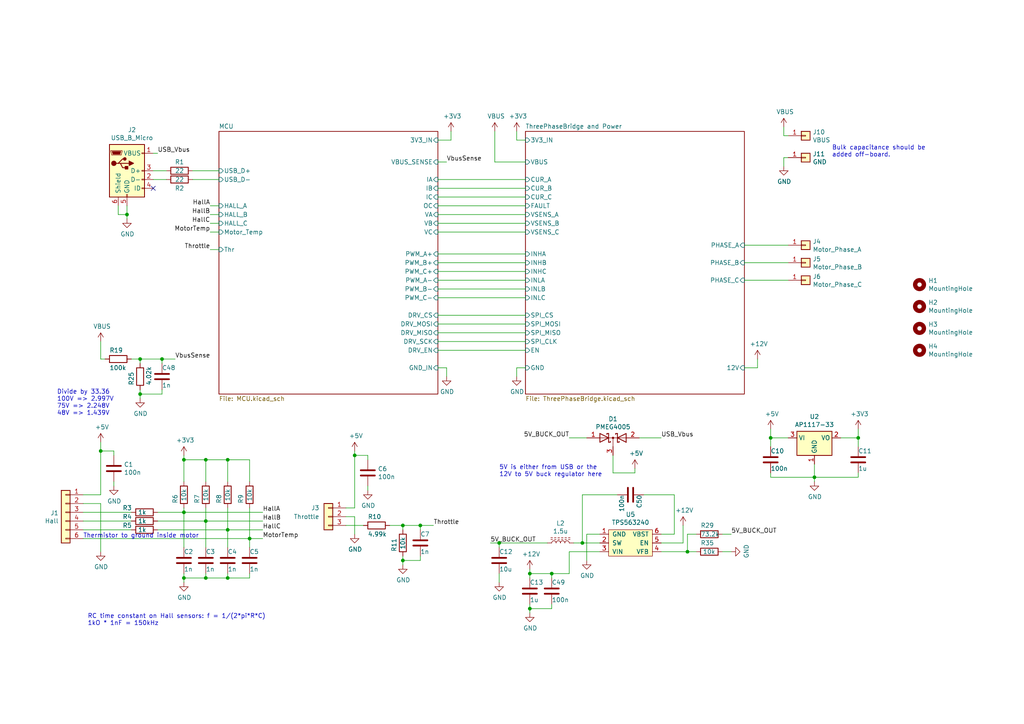
<source format=kicad_sch>
(kicad_sch (version 20230121) (generator eeschema)
  (paper "A4")
  (lib_symbols
    (symbol "Connector:USB_B_Micro" (pin_names (offset 1.016))
      (property "Reference" "J" (at -5.08 11.43 0))
      (property "Value" "USB_B_Micro" (at -5.08 8.89 0))
      (symbol "USB_B_Micro_0_1"
        (rectangle (start -5.08 -7.62) (end 5.08 7.62) (stroke (width 0.254)) (fill (type background)))
        (circle (center -3.81 2.159) (radius 0.635) (stroke (width 0.254)) (fill (type outline)))
        (circle (center -0.635 3.429) (radius 0.381) (stroke (width 0.254)) (fill (type outline)))
        (rectangle (start -0.127 -7.62) (end 0.127 -6.858))
        (polyline (pts (xy -1.905 2.159) (xy 0.635 2.159)) (stroke (width 0.254)))
        (polyline (pts (xy -3.175 2.159) (xy -2.54 2.159) (xy -1.27 3.429) (xy -0.635 3.429)) (stroke (width 0.254)))
        (polyline (pts (xy -2.54 2.159) (xy -1.905 2.159) (xy -1.27 0.889) (xy 0 0.889)) (stroke (width 0.254)))
        (polyline (pts (xy 0.635 2.794) (xy 0.635 1.524) (xy 1.905 2.159) (xy 0.635 2.794)) (stroke (width 0.254)) (fill (type outline)))
        (polyline (pts (xy -4.318 5.588) (xy -1.778 5.588) (xy -2.032 4.826) (xy -4.064 4.826) (xy -4.318 5.588)) (fill (type outline)))
        (polyline (pts (xy -4.699 5.842) (xy -4.699 5.588) (xy -4.445 4.826) (xy -4.445 4.572) (xy -1.651 4.572) (xy -1.651 4.826) (xy -1.397 5.588) (xy -1.397 5.842) (xy -4.699 5.842)))
        (rectangle (start 0.254 1.27) (end -0.508 0.508) (stroke (width 0.254)) (fill (type outline)))
        (rectangle (start 5.08 -5.207) (end 4.318 -4.953))
        (rectangle (start 5.08 -2.667) (end 4.318 -2.413))
        (rectangle (start 5.08 -0.127) (end 4.318 0.127))
        (rectangle (start 5.08 4.953) (end 4.318 5.207))
      )
      (symbol "USB_B_Micro_1_1"
        (pin power_out line (at 7.62 5.08 180) (length 2.54) (name "VBUS") (number "1"))
        (pin bidirectional line (at 7.62 -2.54 180) (length 2.54) (name "D-") (number "2"))
        (pin bidirectional line (at 7.62 0 180) (length 2.54) (name "D+") (number "3"))
        (pin passive line (at 7.62 -5.08 180) (length 2.54) (name "ID") (number "4"))
        (pin power_out line (at 0 -10.16 90) (length 2.54) (name "GND") (number "5"))
        (pin passive line (at -2.54 -10.16 90) (length 2.54) (name "Shield") (number "6"))
      )
    )
    (symbol "Connector_Generic:Conn_01x01" (pin_names (offset 1.016) hide)
      (property "Reference" "J" (at 0 2.54 0))
      (property "Value" "Conn_01x01" (at 0 -2.54 0))
      (symbol "Conn_01x01_1_1"
        (rectangle (start -1.27 0.127) (end 0 -0.127) (stroke (width 0.1524)))
        (rectangle (start -1.27 1.27) (end 1.27 -1.27) (stroke (width 0.254)) (fill (type background)))
        (pin passive line (at -5.08 0 0) (length 3.81) (name "Pin_1") (number "1"))
      )
    )
    (symbol "Connector_Generic:Conn_01x03" (pin_names (offset 1.016) hide)
      (property "Reference" "J" (at 0 5.08 0))
      (property "Value" "Conn_01x03" (at 0 -5.08 0))
      (symbol "Conn_01x03_1_1"
        (rectangle (start -1.27 -2.413) (end 0 -2.667) (stroke (width 0.1524)))
        (rectangle (start -1.27 0.127) (end 0 -0.127) (stroke (width 0.1524)))
        (rectangle (start -1.27 2.667) (end 0 2.413) (stroke (width 0.1524)))
        (rectangle (start -1.27 3.81) (end 1.27 -3.81) (stroke (width 0.254)) (fill (type background)))
        (pin passive line (at -5.08 2.54 0) (length 3.81) (name "Pin_1") (number "1"))
        (pin passive line (at -5.08 0 0) (length 3.81) (name "Pin_2") (number "2"))
        (pin passive line (at -5.08 -2.54 0) (length 3.81) (name "Pin_3") (number "3"))
      )
    )
    (symbol "Connector_Generic:Conn_01x06" (pin_names (offset 1.016) hide)
      (property "Reference" "J" (at 0 7.62 0))
      (property "Value" "Conn_01x06" (at 0 -10.16 0))
      (symbol "Conn_01x06_1_1"
        (rectangle (start -1.27 -7.493) (end 0 -7.747) (stroke (width 0.1524)))
        (rectangle (start -1.27 -4.953) (end 0 -5.207) (stroke (width 0.1524)))
        (rectangle (start -1.27 -2.413) (end 0 -2.667) (stroke (width 0.1524)))
        (rectangle (start -1.27 0.127) (end 0 -0.127) (stroke (width 0.1524)))
        (rectangle (start -1.27 2.667) (end 0 2.413) (stroke (width 0.1524)))
        (rectangle (start -1.27 5.207) (end 0 4.953) (stroke (width 0.1524)))
        (rectangle (start -1.27 6.35) (end 1.27 -8.89) (stroke (width 0.254)) (fill (type background)))
        (pin passive line (at -5.08 5.08 0) (length 3.81) (name "Pin_1") (number "1"))
        (pin passive line (at -5.08 2.54 0) (length 3.81) (name "Pin_2") (number "2"))
        (pin passive line (at -5.08 0 0) (length 3.81) (name "Pin_3") (number "3"))
        (pin passive line (at -5.08 -2.54 0) (length 3.81) (name "Pin_4") (number "4"))
        (pin passive line (at -5.08 -5.08 0) (length 3.81) (name "Pin_5") (number "5"))
        (pin passive line (at -5.08 -7.62 0) (length 3.81) (name "Pin_6") (number "6"))
      )
    )
    (symbol "Custom:TPS563240" (pin_names (offset 1.016))
      (property "Reference" "U" (at -6.35 5.08 0))
      (property "Value" "TPS563240" (at 7.62 5.08 0))
      (symbol "TPS563240_0_1"
        (rectangle (start -6.35 3.81) (end 6.35 -3.81) (fill (type background)))
      )
      (symbol "TPS563240_1_1"
        (pin input line (at -8.89 2.54 0) (length 2.54) (name "GND") (number "1"))
        (pin input line (at -8.89 0 0) (length 2.54) (name "SW") (number "2"))
        (pin input line (at -8.89 -2.54 0) (length 2.54) (name "VIN") (number "3"))
        (pin input line (at 8.89 -2.54 180) (length 2.54) (name "VFB") (number "4"))
        (pin input line (at 8.89 0 180) (length 2.54) (name "EN") (number "5"))
        (pin input line (at 8.89 2.54 180) (length 2.54) (name "VBST") (number "6"))
      )
    )
    (symbol "Device:C" (pin_numbers hide) (pin_names (offset 0.254))
      (property "Reference" "C" (at 0.635 2.54 0))
      (property "Value" "C" (at 0.635 -2.54 0))
      (symbol "C_0_1"
        (polyline (pts (xy -2.032 -0.762) (xy 2.032 -0.762)) (stroke (width 0.508)))
        (polyline (pts (xy -2.032 0.762) (xy 2.032 0.762)) (stroke (width 0.508)))
      )
      (symbol "C_1_1"
        (pin passive line (at 0 3.81 270) (length 2.794) (name "~") (number "1"))
        (pin passive line (at 0 -3.81 90) (length 2.794) (name "~") (number "2"))
      )
    )
    (symbol "Device:D_Schottky_Dual_CommonCathode_AAK" (pin_names (offset 0.762) hide)
      (property "Reference" "D" (at 1.27 -2.54 0))
      (property "Value" "D_Schottky_Dual_CommonCathode_AAK" (at 0 2.54 0))
      (symbol "D_Schottky_Dual_CommonCathode_AAK_0_1"
        (polyline (pts (xy -3.81 0) (xy 3.81 0)))
        (polyline (pts (xy 0 0) (xy 0 -2.54)))
        (polyline (pts (xy -1.27 -1.27) (xy -1.27 1.27) (xy -1.27 1.27)) (stroke (width 0.254)))
        (polyline (pts (xy 1.27 -1.27) (xy 1.27 1.27) (xy 1.27 1.27)) (stroke (width 0.254)))
        (polyline (pts (xy -1.27 -1.27) (xy -0.762 -1.27) (xy -0.762 -1.016) (xy -0.762 -1.016)) (stroke (width 0.254)))
        (polyline (pts (xy 1.27 -1.27) (xy 1.778 -1.27) (xy 1.778 -1.016) (xy 1.778 -1.016)) (stroke (width 0.254)))
        (polyline (pts (xy 1.27 1.27) (xy 0.762 1.27) (xy 0.762 1.016) (xy 0.762 1.016)) (stroke (width 0.254)))
        (polyline (pts (xy -1.778 1.016) (xy -1.778 1.27) (xy -1.27 1.27) (xy -1.27 1.27) (xy -1.27 1.27)) (stroke (width 0.254)))
        (polyline (pts (xy -3.81 1.27) (xy -1.27 0) (xy -3.81 -1.27) (xy -3.81 1.27) (xy -3.81 1.27) (xy -3.81 1.27)) (stroke (width 0.254)))
        (polyline (pts (xy 3.81 -1.27) (xy 1.27 0) (xy 3.81 1.27) (xy 3.81 -1.27) (xy 3.81 -1.27) (xy 3.81 -1.27)) (stroke (width 0.254)))
        (circle (center 0 0) (radius 0.254) (fill (type outline)))
        (pin passive line (at -7.62 0 0) (length 3.81) (name "A") (number "1"))
        (pin passive line (at 7.62 0 180) (length 3.81) (name "A") (number "2"))
        (pin passive line (at 0 -5.08 90) (length 2.54) (name "K") (number "3"))
      )
    )
    (symbol "Device:L_Ferrite" (pin_numbers hide) (pin_names (offset 1.016) hide)
      (property "Reference" "L" (at -1.27 0 90))
      (property "Value" "L_Ferrite" (at 2.794 0 90))
      (symbol "L_Ferrite_0_1"
        (arc (start 0 -2.54) (mid 0.6323 -1.905) (end 0 -1.27))
        (arc (start 0 -1.27) (mid 0.6323 -0.635) (end 0 0))
        (polyline (pts (xy 1.016 -2.794) (xy 1.016 -2.286)))
        (polyline (pts (xy 1.016 -1.778) (xy 1.016 -1.27)))
        (polyline (pts (xy 1.016 -0.762) (xy 1.016 -0.254)))
        (polyline (pts (xy 1.016 0.254) (xy 1.016 0.762)))
        (polyline (pts (xy 1.016 1.27) (xy 1.016 1.778)))
        (polyline (pts (xy 1.016 2.286) (xy 1.016 2.794)))
        (polyline (pts (xy 1.524 -2.286) (xy 1.524 -2.794)))
        (polyline (pts (xy 1.524 -1.27) (xy 1.524 -1.778)))
        (polyline (pts (xy 1.524 -0.254) (xy 1.524 -0.762)))
        (polyline (pts (xy 1.524 0.762) (xy 1.524 0.254)))
        (polyline (pts (xy 1.524 1.778) (xy 1.524 1.27)))
        (polyline (pts (xy 1.524 2.794) (xy 1.524 2.286)))
        (arc (start 0 0) (mid 0.6323 0.635) (end 0 1.27))
        (arc (start 0 1.27) (mid 0.6323 1.905) (end 0 2.54))
      )
      (symbol "L_Ferrite_1_1"
        (pin passive line (at 0 3.81 270) (length 1.27) (name "1") (number "1"))
        (pin passive line (at 0 -3.81 90) (length 1.27) (name "2") (number "2"))
      )
    )
    (symbol "Device:R" (pin_numbers hide) (pin_names (offset 0))
      (property "Reference" "R" (at 2.032 0 90))
      (property "Value" "R" (at 0 0 90))
      (symbol "R_0_1"
        (rectangle (start -1.016 -2.54) (end 1.016 2.54) (stroke (width 0.254)))
      )
      (symbol "R_1_1"
        (pin passive line (at 0 3.81 270) (length 1.27) (name "~") (number "1"))
        (pin passive line (at 0 -3.81 90) (length 1.27) (name "~") (number "2"))
      )
    )
    (symbol "Mechanical:MountingHole" (pin_names (offset 1.016))
      (property "Reference" "H" (at 0 5.08 0))
      (property "Value" "MountingHole" (at 0 3.175 0))
      (symbol "MountingHole_0_1"
        (circle (center 0 0) (radius 1.27) (stroke (width 1.27)))
      )
    )
    (symbol "Regulator_Linear:AP1117-33"
      (property "Reference" "U" (at -3.81 3.175 0))
      (property "Value" "AP1117-33" (at 0 3.175 0))
      (symbol "AP1117-33_0_1"
        (rectangle (start -5.08 -5.08) (end 5.08 1.905) (stroke (width 0.254)) (fill (type background)))
      )
      (symbol "AP1117-33_1_1"
        (pin power_in line (at 0 -7.62 90) (length 2.54) (name "GND") (number "1"))
        (pin power_out line (at 7.62 0 180) (length 2.54) (name "VO") (number "2"))
        (pin power_in line (at -7.62 0 0) (length 2.54) (name "VI") (number "3"))
      )
    )
    (symbol "power:+12V" (power) (pin_names (offset 0))
      (property "Value" "+12V" (at 0 3.556 0))
      (symbol "+12V_0_1"
        (polyline (pts (xy -0.762 1.27) (xy 0 2.54)))
        (polyline (pts (xy 0 0) (xy 0 2.54)))
        (polyline (pts (xy 0 2.54) (xy 0.762 1.27)))
      )
      (symbol "+12V_1_1"
        (pin power_in line (at 0 0 90) (length 0) hide (name "+12V") (number "1"))
      )
    )
    (symbol "power:+3V3" (power) (pin_names (offset 0))
      (property "Value" "+3V3" (at 0 3.556 0))
      (symbol "+3V3_0_1"
        (polyline (pts (xy -0.762 1.27) (xy 0 2.54)))
        (polyline (pts (xy 0 0) (xy 0 2.54)))
        (polyline (pts (xy 0 2.54) (xy 0.762 1.27)))
      )
      (symbol "+3V3_1_1"
        (pin power_in line (at 0 0 90) (length 0) hide (name "+3V3") (number "1"))
      )
    )
    (symbol "power:+5V" (power) (pin_names (offset 0))
      (property "Value" "+5V" (at 0 3.556 0))
      (symbol "+5V_0_1"
        (polyline (pts (xy -0.762 1.27) (xy 0 2.54)))
        (polyline (pts (xy 0 0) (xy 0 2.54)))
        (polyline (pts (xy 0 2.54) (xy 0.762 1.27)))
      )
      (symbol "+5V_1_1"
        (pin power_in line (at 0 0 90) (length 0) hide (name "+5V") (number "1"))
      )
    )
    (symbol "power:GND" (power) (pin_names (offset 0))
      (property "Value" "GND" (at 0 -3.81 0))
      (symbol "GND_0_1"
        (polyline (pts (xy 0 0) (xy 0 -1.27) (xy 1.27 -1.27) (xy 0 -2.54) (xy -1.27 -1.27) (xy 0 -1.27)))
      )
      (symbol "GND_1_1"
        (pin power_in line (at 0 0 270) (length 0) hide (name "GND") (number "1"))
      )
    )
    (symbol "power:VBUS" (power) (pin_names (offset 0))
      (property "Value" "VBUS" (at 0 3.81 0))
      (symbol "VBUS_0_1"
        (polyline (pts (xy -0.762 1.27) (xy 0 2.54)))
        (polyline (pts (xy 0 0) (xy 0 2.54)))
        (polyline (pts (xy 0 2.54) (xy 0.762 1.27)))
      )
      (symbol "VBUS_1_1"
        (pin power_in line (at 0 0 90) (length 0) hide (name "VBUS") (number "1"))
      )
    )
  )
  (junction (at 199.39 160.02))
  (junction (at 59.69 167.64))
  (junction (at 153.67 166.37))
  (junction (at 53.34 148.59))
  (junction (at 40.64 114.3))
  (junction (at 53.34 133.35))
  (junction (at 36.83 62.23))
  (junction (at 66.04 167.64))
  (junction (at 72.39 156.21))
  (junction (at 116.84 162.56))
  (junction (at 248.92 127))
  (junction (at 168.91 157.48))
  (junction (at 66.04 133.35))
  (junction (at 144.78 157.48))
  (junction (at 223.52 127))
  (junction (at 53.34 167.64))
  (junction (at 121.92 152.4))
  (junction (at 102.87 132.08))
  (junction (at 116.84 152.4))
  (junction (at 153.67 176.53))
  (junction (at 46.99 104.14))
  (junction (at 40.64 104.14))
  (junction (at 236.22 138.43))
  (junction (at 29.21 130.81))
  (junction (at 160.02 166.37))
  (junction (at 59.69 133.35))
  (junction (at 59.69 151.13))
  (junction (at 66.04 153.67))
  (no_connect (at 44.45 54.61))
  (wire (pts (xy 228.6 39.37) (xy 227.33 39.37)))
  (wire (pts (xy 248.92 138.43) (xy 248.92 137.16)))
  (wire (pts (xy 102.87 154.94) (xy 102.87 149.86)))
  (wire (pts (xy 66.04 158.75) (xy 66.04 153.67)))
  (wire (pts (xy 33.02 130.81) (xy 29.21 130.81)))
  (wire (pts (xy 227.33 48.26) (xy 227.33 45.72)))
  (wire (pts (xy 29.21 128.27) (xy 29.21 130.81)))
  (wire (pts (xy 144.78 158.75) (xy 144.78 157.48)))
  (wire (pts (xy 66.04 153.67) (xy 66.04 147.32)))
  (wire (pts (xy 46.99 104.14) (xy 46.99 105.41)))
  (wire (pts (xy 127 91.44) (xy 152.4 91.44)))
  (wire (pts (xy 106.68 133.35) (xy 106.68 132.08)))
  (wire (pts (xy 127 83.82) (xy 152.4 83.82)))
  (wire (pts (xy 223.52 137.16) (xy 223.52 138.43)))
  (wire (pts (xy 59.69 133.35) (xy 59.69 139.7)))
  (wire (pts (xy 143.51 46.99) (xy 152.4 46.99)))
  (wire (pts (xy 40.64 104.14) (xy 40.64 105.41)))
  (wire (pts (xy 45.72 153.67) (xy 66.04 153.67)))
  (wire (pts (xy 59.69 158.75) (xy 59.69 151.13)))
  (wire (pts (xy 60.96 59.69) (xy 63.5 59.69)))
  (wire (pts (xy 116.84 152.4) (xy 116.84 153.67)))
  (wire (pts (xy 127 76.2) (xy 152.4 76.2)))
  (wire (pts (xy 152.4 67.31) (xy 127 67.31)))
  (wire (pts (xy 184.15 137.16) (xy 184.15 135.89)))
  (wire (pts (xy 53.34 168.91) (xy 53.34 167.64)))
  (wire (pts (xy 53.34 158.75) (xy 53.34 148.59)))
  (wire (pts (xy 53.34 133.35) (xy 53.34 132.08)))
  (wire (pts (xy 55.88 49.53) (xy 63.5 49.53)))
  (wire (pts (xy 106.68 132.08) (xy 102.87 132.08)))
  (wire (pts (xy 121.92 152.4) (xy 121.92 153.67)))
  (wire (pts (xy 66.04 133.35) (xy 72.39 133.35)))
  (wire (pts (xy 198.12 152.4) (xy 198.12 157.48)))
  (wire (pts (xy 53.34 167.64) (xy 53.34 166.37)))
  (wire (pts (xy 153.67 177.8) (xy 153.67 176.53)))
  (wire (pts (xy 53.34 148.59) (xy 53.34 147.32)))
  (wire (pts (xy 53.34 167.64) (xy 59.69 167.64)))
  (wire (pts (xy 102.87 149.86) (xy 100.33 149.86)))
  (wire (pts (xy 152.4 52.07) (xy 127 52.07)))
  (wire (pts (xy 199.39 160.02) (xy 191.77 160.02)))
  (wire (pts (xy 165.1 160.02) (xy 165.1 166.37)))
  (wire (pts (xy 199.39 154.94) (xy 199.39 160.02)))
  (wire (pts (xy 63.5 62.23) (xy 60.96 62.23)))
  (wire (pts (xy 53.34 133.35) (xy 59.69 133.35)))
  (wire (pts (xy 72.39 133.35) (xy 72.39 139.7)))
  (wire (pts (xy 236.22 138.43) (xy 236.22 134.62)))
  (wire (pts (xy 76.2 153.67) (xy 66.04 153.67)))
  (wire (pts (xy 149.86 40.64) (xy 152.4 40.64)))
  (wire (pts (xy 127 73.66) (xy 152.4 73.66)))
  (wire (pts (xy 160.02 166.37) (xy 153.67 166.37)))
  (wire (pts (xy 40.64 104.14) (xy 46.99 104.14)))
  (wire (pts (xy 53.34 148.59) (xy 76.2 148.59)))
  (wire (pts (xy 60.96 72.39) (xy 63.5 72.39)))
  (wire (pts (xy 53.34 139.7) (xy 53.34 133.35)))
  (wire (pts (xy 195.58 154.94) (xy 191.77 154.94)))
  (wire (pts (xy 166.37 157.48) (xy 168.91 157.48)))
  (wire (pts (xy 59.69 151.13) (xy 76.2 151.13)))
  (wire (pts (xy 152.4 93.98) (xy 127 93.98)))
  (wire (pts (xy 29.21 104.14) (xy 30.48 104.14)))
  (wire (pts (xy 198.12 157.48) (xy 191.77 157.48)))
  (wire (pts (xy 165.1 166.37) (xy 160.02 166.37)))
  (wire (pts (xy 127 59.69) (xy 152.4 59.69)))
  (wire (pts (xy 38.1 153.67) (xy 24.13 153.67)))
  (wire (pts (xy 29.21 143.51) (xy 24.13 143.51)))
  (wire (pts (xy 116.84 163.83) (xy 116.84 162.56)))
  (wire (pts (xy 236.22 139.7) (xy 236.22 138.43)))
  (wire (pts (xy 34.29 62.23) (xy 36.83 62.23)))
  (wire (pts (xy 227.33 39.37) (xy 227.33 36.83)))
  (wire (pts (xy 201.93 160.02) (xy 199.39 160.02)))
  (wire (pts (xy 127 54.61) (xy 152.4 54.61)))
  (wire (pts (xy 127 101.6) (xy 152.4 101.6)))
  (wire (pts (xy 63.5 67.31) (xy 60.96 67.31)))
  (wire (pts (xy 44.45 49.53) (xy 48.26 49.53)))
  (wire (pts (xy 66.04 133.35) (xy 66.04 139.7)))
  (wire (pts (xy 46.99 114.3) (xy 46.99 113.03)))
  (wire (pts (xy 130.81 40.64) (xy 127 40.64)))
  (wire (pts (xy 130.81 38.1) (xy 130.81 40.64)))
  (wire (pts (xy 125.73 152.4) (xy 121.92 152.4)))
  (wire (pts (xy 223.52 127) (xy 228.6 127)))
  (wire (pts (xy 201.93 154.94) (xy 199.39 154.94)))
  (wire (pts (xy 248.92 127) (xy 248.92 129.54)))
  (wire (pts (xy 129.54 46.99) (xy 127 46.99)))
  (wire (pts (xy 116.84 162.56) (xy 121.92 162.56)))
  (wire (pts (xy 59.69 133.35) (xy 66.04 133.35)))
  (wire (pts (xy 179.07 143.51) (xy 168.91 143.51)))
  (wire (pts (xy 153.67 166.37) (xy 153.67 167.64)))
  (wire (pts (xy 212.09 154.94) (xy 209.55 154.94)))
  (wire (pts (xy 36.83 63.5) (xy 36.83 62.23)))
  (wire (pts (xy 143.51 38.1) (xy 143.51 46.99)))
  (wire (pts (xy 152.4 99.06) (xy 127 99.06)))
  (wire (pts (xy 116.84 162.56) (xy 116.84 161.29)))
  (wire (pts (xy 38.1 151.13) (xy 24.13 151.13)))
  (wire (pts (xy 152.4 62.23) (xy 127 62.23)))
  (wire (pts (xy 149.86 106.68) (xy 152.4 106.68)))
  (wire (pts (xy 59.69 167.64) (xy 59.69 166.37)))
  (wire (pts (xy 152.4 86.36) (xy 127 86.36)))
  (wire (pts (xy 248.92 124.46) (xy 248.92 127)))
  (wire (pts (xy 29.21 99.06) (xy 29.21 104.14)))
  (wire (pts (xy 149.86 109.22) (xy 149.86 106.68)))
  (wire (pts (xy 40.64 115.57) (xy 40.64 114.3)))
  (wire (pts (xy 173.99 160.02) (xy 165.1 160.02)))
  (wire (pts (xy 45.72 44.45) (xy 44.45 44.45)))
  (wire (pts (xy 144.78 168.91) (xy 144.78 166.37)))
  (wire (pts (xy 219.71 104.14) (xy 219.71 106.68)))
  (wire (pts (xy 153.67 176.53) (xy 153.67 175.26)))
  (wire (pts (xy 186.69 143.51) (xy 195.58 143.51)))
  (wire (pts (xy 149.86 38.1) (xy 149.86 40.64)))
  (wire (pts (xy 195.58 143.51) (xy 195.58 154.94)))
  (wire (pts (xy 24.13 148.59) (xy 38.1 148.59)))
  (wire (pts (xy 212.09 160.02) (xy 209.55 160.02)))
  (wire (pts (xy 106.68 142.24) (xy 106.68 140.97)))
  (wire (pts (xy 48.26 52.07) (xy 44.45 52.07)))
  (wire (pts (xy 38.1 104.14) (xy 40.64 104.14)))
  (wire (pts (xy 72.39 156.21) (xy 72.39 147.32)))
  (wire (pts (xy 160.02 176.53) (xy 160.02 175.26)))
  (wire (pts (xy 102.87 132.08) (xy 102.87 130.81)))
  (wire (pts (xy 63.5 52.07) (xy 55.88 52.07)))
  (wire (pts (xy 29.21 146.05) (xy 29.21 160.02)))
  (wire (pts (xy 40.64 114.3) (xy 46.99 114.3)))
  (wire (pts (xy 223.52 138.43) (xy 236.22 138.43)))
  (wire (pts (xy 72.39 167.64) (xy 72.39 166.37)))
  (wire (pts (xy 168.91 157.48) (xy 173.99 157.48)))
  (wire (pts (xy 121.92 162.56) (xy 121.92 161.29)))
  (wire (pts (xy 40.64 114.3) (xy 40.64 113.03)))
  (wire (pts (xy 45.72 151.13) (xy 59.69 151.13)))
  (wire (pts (xy 33.02 140.97) (xy 33.02 139.7)))
  (wire (pts (xy 160.02 166.37) (xy 160.02 167.64)))
  (wire (pts (xy 177.8 137.16) (xy 177.8 132.08)))
  (wire (pts (xy 76.2 156.21) (xy 72.39 156.21)))
  (wire (pts (xy 34.29 59.69) (xy 34.29 62.23)))
  (wire (pts (xy 60.96 64.77) (xy 63.5 64.77)))
  (wire (pts (xy 168.91 143.51) (xy 168.91 157.48)))
  (wire (pts (xy 116.84 152.4) (xy 121.92 152.4)))
  (wire (pts (xy 129.54 106.68) (xy 127 106.68)))
  (wire (pts (xy 153.67 176.53) (xy 160.02 176.53)))
  (wire (pts (xy 66.04 167.64) (xy 66.04 166.37)))
  (wire (pts (xy 144.78 157.48) (xy 158.75 157.48)))
  (wire (pts (xy 170.18 162.56) (xy 170.18 154.94)))
  (wire (pts (xy 152.4 57.15) (xy 127 57.15)))
  (wire (pts (xy 50.8 104.14) (xy 46.99 104.14)))
  (wire (pts (xy 105.41 152.4) (xy 100.33 152.4)))
  (wire (pts (xy 45.72 148.59) (xy 53.34 148.59)))
  (wire (pts (xy 36.83 62.23) (xy 36.83 59.69)))
  (wire (pts (xy 165.1 127) (xy 170.18 127)))
  (wire (pts (xy 152.4 81.28) (xy 127 81.28)))
  (wire (pts (xy 170.18 154.94) (xy 173.99 154.94)))
  (wire (pts (xy 127 64.77) (xy 152.4 64.77)))
  (wire (pts (xy 215.9 76.2) (xy 228.6 76.2)))
  (wire (pts (xy 219.71 106.68) (xy 215.9 106.68)))
  (wire (pts (xy 228.6 81.28) (xy 215.9 81.28)))
  (wire (pts (xy 184.15 137.16) (xy 177.8 137.16)))
  (wire (pts (xy 228.6 71.12) (xy 215.9 71.12)))
  (wire (pts (xy 142.24 157.48) (xy 144.78 157.48)))
  (wire (pts (xy 152.4 78.74) (xy 127 78.74)))
  (wire (pts (xy 236.22 138.43) (xy 248.92 138.43)))
  (wire (pts (xy 129.54 109.22) (xy 129.54 106.68)))
  (wire (pts (xy 72.39 158.75) (xy 72.39 156.21)))
  (wire (pts (xy 59.69 151.13) (xy 59.69 147.32)))
  (wire (pts (xy 29.21 130.81) (xy 29.21 143.51)))
  (wire (pts (xy 24.13 156.21) (xy 72.39 156.21)))
  (wire (pts (xy 185.42 127) (xy 191.77 127)))
  (wire (pts (xy 113.03 152.4) (xy 116.84 152.4)))
  (wire (pts (xy 243.84 127) (xy 248.92 127)))
  (wire (pts (xy 33.02 132.08) (xy 33.02 130.81)))
  (wire (pts (xy 127 96.52) (xy 152.4 96.52)))
  (wire (pts (xy 100.33 147.32) (xy 102.87 147.32)))
  (wire (pts (xy 223.52 124.46) (xy 223.52 127)))
  (wire (pts (xy 227.33 45.72) (xy 228.6 45.72)))
  (wire (pts (xy 59.69 167.64) (xy 66.04 167.64)))
  (wire (pts (xy 29.21 146.05) (xy 24.13 146.05)))
  (wire (pts (xy 223.52 129.54) (xy 223.52 127)))
  (wire (pts (xy 102.87 147.32) (xy 102.87 132.08)))
  (wire (pts (xy 153.67 165.1) (xy 153.67 166.37)))
  (wire (pts (xy 66.04 167.64) (xy 72.39 167.64)))
  (text "RC time constant on Hall sensors: f = 1/(2*pi*R*C)\n1kO * 1nF = 150kHz" (at 25.4 181.61 0) (effects (font (size 1.27 1.27)) (justify left bottom)))
  (text "Divide by 33.36\n100V => 2.997V\n75V => 2.248V\n48V => 1.439V" (at 16.51 120.65 0) (effects (font (size 1.27 1.27)) (justify left bottom)))
  (text "Thermistor to ground inside motor" (at 24.13 156.21 0) (effects (font (size 1.27 1.27)) (justify left bottom)))
  (text "Bulk capacitance should be \nadded off-board." (at 241.3 45.72 0) (effects (font (size 1.27 1.27)) (justify left bottom)))
  (text "5V is either from USB or the \n12V to 5V buck regulator here" (at 144.78 138.43 0) (effects (font (size 1.27 1.27)) (justify left bottom)))
  (label "HallA" (at 76.2 148.59 0))
  (label "HallC" (at 60.96 64.77 180))
  (label "USB_Vbus" (at 191.77 127 0))
  (label "MotorTemp" (at 60.96 67.31 180))
  (label "5V_BUCK_OUT" (at 212.09 154.94 0))
  (label "HallA" (at 60.96 59.69 180))
  (label "HallC" (at 76.2 153.67 0))
  (label "5V_BUCK_OUT" (at 142.24 157.48 0))
  (label "USB_Vbus" (at 45.72 44.45 0))
  (label "5V_BUCK_OUT" (at 165.1 127 180))
  (label "HallB" (at 76.2 151.13 0))
  (label "MotorTemp" (at 76.2 156.21 0))
  (label "HallB" (at 60.96 62.23 180))
  (label "VbusSense" (at 50.8 104.14 0))
  (label "VbusSense" (at 129.54 46.99 0))
  (label "Throttle" (at 125.73 152.4 0))
  (label "Throttle" (at 60.96 72.39 180))
  (symbol (lib_id "Connector_Generic:Conn_01x06") (at 19.05 148.59 0) (mirror y) (unit 1)
    (property "Reference" "J1" (at 17.018 148.7932 0) (effects (justify left)))
    (property "Value" "Hall" (at 17.018 151.1046 0) (effects (justify left)))
    (property "Footprint" "Connector_JST:JST_XH_B6B-XH-A_1x06_P2.50mm_Vertical" (effects hide))
  )
  (symbol (lib_id "Device:R") (at 52.07 49.53 270) (unit 1)
    (property "Reference" "R1" (at 52.07 46.99 90))
    (property "Value" "22" (at 52.07 49.53 90))
    (property "Footprint" "Resistor_SMD:R_0603_1608Metric" (effects hide))
  )
  (symbol (lib_id "Device:R") (at 52.07 52.07 90) (unit 1)
    (property "Reference" "R2" (at 52.07 54.61 90))
    (property "Value" "22" (at 52.07 52.07 90))
    (property "Footprint" "Resistor_SMD:R_0603_1608Metric" (effects hide))
  )
  (symbol (lib_id "Connector:USB_B_Micro") (at 36.83 49.53 0) (unit 1)
    (property "Reference" "J2" (at 38.2778 37.6682 0))
    (property "Value" "USB_B_Micro" (at 38.2778 39.9796 0))
    (property "Footprint" "Custom:USB_Micro_B_Female_10118193-0001LF" (effects hide))
  )
  (symbol (lib_id "power:GND") (at 36.83 63.5 0) (unit 1)
    (property "Reference" "#PWR0101" (effects hide))
    (property "Value" "GND" (at 36.957 67.8942 0))
  )
  (symbol (lib_id "power:+3V3") (at 130.81 38.1 0) (unit 1)
    (property "Reference" "#PWR0102" (effects hide))
    (property "Value" "+3V3" (at 131.191 33.7058 0))
  )
  (symbol (lib_id "power:GND") (at 129.54 109.22 0) (unit 1)
    (property "Reference" "#PWR0103" (effects hide))
    (property "Value" "GND" (at 129.667 113.6142 0))
  )
  (symbol (lib_id "power:GND") (at 29.21 160.02 0) (unit 1)
    (property "Reference" "#PWR0104" (effects hide))
    (property "Value" "GND" (at 29.337 164.4142 0))
  )
  (symbol (lib_id "power:+3V3") (at 53.34 132.08 0) (unit 1)
    (property "Reference" "#PWR0105" (effects hide))
    (property "Value" "+3V3" (at 53.721 127.6858 0))
  )
  (symbol (lib_id "Device:R") (at 53.34 143.51 0) (unit 1)
    (property "Reference" "R6" (at 50.8 146.05 90) (effects (justify left)))
    (property "Value" "10k" (at 53.34 145.415 90) (effects (justify left)))
    (property "Footprint" "Resistor_SMD:R_0603_1608Metric" (effects hide))
  )
  (symbol (lib_id "power:+5V") (at 29.21 128.27 0) (unit 1)
    (property "Reference" "#PWR0106" (effects hide))
    (property "Value" "+5V" (at 29.591 123.8758 0))
  )
  (symbol (lib_id "Device:R") (at 59.69 143.51 0) (unit 1)
    (property "Reference" "R7" (at 57.15 146.05 90) (effects (justify left)))
    (property "Value" "10k" (at 59.69 145.415 90) (effects (justify left)))
    (property "Footprint" "Resistor_SMD:R_0603_1608Metric" (effects hide))
  )
  (symbol (lib_id "Device:R") (at 66.04 143.51 0) (unit 1)
    (property "Reference" "R8" (at 63.5 146.05 90) (effects (justify left)))
    (property "Value" "10k" (at 66.04 145.415 90) (effects (justify left)))
    (property "Footprint" "Resistor_SMD:R_0603_1608Metric" (effects hide))
  )
  (symbol (lib_id "Device:R") (at 72.39 143.51 0) (unit 1)
    (property "Reference" "R9" (at 69.85 146.05 90) (effects (justify left)))
    (property "Value" "10k" (at 72.39 145.415 90) (effects (justify left)))
    (property "Footprint" "Resistor_SMD:R_0603_1608Metric" (effects hide))
  )
  (symbol (lib_id "Device:C") (at 33.02 135.89 0) (unit 1)
    (property "Reference" "C1" (at 35.941 134.7216 0) (effects (justify left)))
    (property "Value" "100n" (at 35.941 137.033 0) (effects (justify left)))
    (property "Footprint" "Capacitor_SMD:C_0603_1608Metric" (effects hide))
    (property "Voltage" "6.3V" (effects hide))
  )
  (symbol (lib_id "Device:R") (at 41.91 148.59 270) (unit 1)
    (property "Reference" "R3" (at 35.56 147.32 90) (effects (justify left)))
    (property "Value" "1k" (at 40.005 148.59 90) (effects (justify left)))
    (property "Footprint" "Resistor_SMD:R_0603_1608Metric" (effects hide))
  )
  (symbol (lib_id "Device:R") (at 41.91 151.13 270) (unit 1)
    (property "Reference" "R4" (at 35.56 149.86 90) (effects (justify left)))
    (property "Value" "1k" (at 40.005 151.13 90) (effects (justify left)))
    (property "Footprint" "Resistor_SMD:R_0603_1608Metric" (effects hide))
  )
  (symbol (lib_id "Device:R") (at 41.91 153.67 270) (unit 1)
    (property "Reference" "R5" (at 35.56 152.4 90) (effects (justify left)))
    (property "Value" "1k" (at 40.005 153.67 90) (effects (justify left)))
    (property "Footprint" "Resistor_SMD:R_0603_1608Metric" (effects hide))
  )
  (symbol (lib_id "Device:C") (at 106.68 137.16 0) (unit 1)
    (property "Reference" "C6" (at 109.601 135.9916 0) (effects (justify left)))
    (property "Value" "100n" (at 109.601 138.303 0) (effects (justify left)))
    (property "Footprint" "Capacitor_SMD:C_0603_1608Metric" (effects hide))
    (property "Voltage" "6.3V" (effects hide))
  )
  (symbol (lib_id "power:GND") (at 106.68 142.24 0) (unit 1)
    (property "Reference" "#PWR0120" (effects hide))
    (property "Value" "GND" (at 106.807 146.6342 0))
  )
  (symbol (lib_id "power:GND") (at 53.34 168.91 0) (unit 1)
    (property "Reference" "#PWR0107" (effects hide))
    (property "Value" "GND" (at 53.467 173.3042 0))
  )
  (symbol (lib_id "power:GND") (at 33.02 140.97 0) (unit 1)
    (property "Reference" "#PWR0108" (effects hide))
    (property "Value" "GND" (at 33.147 145.3642 0))
  )
  (symbol (lib_id "Connector_Generic:Conn_01x03") (at 95.25 149.86 0) (mirror y) (unit 1)
    (property "Reference" "J3" (at 91.44 147.32 0))
    (property "Value" "Throttle" (at 88.9 149.86 0))
    (property "Footprint" "Connector_JST:JST_XH_B3B-XH-A_1x03_P2.50mm_Vertical" (effects hide))
  )
  (symbol (lib_id "power:+5V") (at 102.87 130.81 0) (unit 1)
    (property "Reference" "#PWR0109" (effects hide))
    (property "Value" "+5V" (at 103.251 126.4158 0))
  )
  (symbol (lib_id "power:GND") (at 102.87 154.94 0) (unit 1)
    (property "Reference" "#PWR0110" (effects hide))
    (property "Value" "GND" (at 102.997 159.3342 0))
  )
  (symbol (lib_id "Device:R") (at 109.22 152.4 270) (unit 1)
    (property "Reference" "R10" (at 106.68 149.86 90) (effects (justify left)))
    (property "Value" "4.99k" (at 106.68 154.94 90) (effects (justify left)))
    (property "Footprint" "Resistor_SMD:R_0603_1608Metric" (effects hide))
  )
  (symbol (lib_id "Device:R") (at 116.84 157.48 0) (unit 1)
    (property "Reference" "R11" (at 114.3 160.02 90) (effects (justify left)))
    (property "Value" "10k" (at 116.84 159.385 90) (effects (justify left)))
    (property "Footprint" "Resistor_SMD:R_0603_1608Metric" (effects hide))
  )
  (symbol (lib_id "Device:C") (at 121.92 157.48 0) (unit 1)
    (property "Reference" "C7" (at 121.92 154.94 0) (effects (justify left)))
    (property "Value" "1n" (at 121.92 160.02 0) (effects (justify left)))
    (property "Footprint" "Capacitor_SMD:C_0603_1608Metric" (effects hide))
    (property "Voltage" "6.3V" (effects hide))
  )
  (symbol (lib_id "power:GND") (at 116.84 163.83 0) (unit 1)
    (property "Reference" "#PWR0111" (effects hide))
    (property "Value" "GND" (at 116.967 168.2242 0))
  )
  (symbol (lib_id "Mechanical:MountingHole") (at 266.7 101.6 0) (unit 1)
    (property "Reference" "H4" (at 269.24 100.4316 0) (effects (justify left)))
    (property "Value" "MountingHole" (at 269.24 102.743 0) (effects (justify left)))
    (property "Footprint" "MountingHole:MountingHole_3.2mm_M3" (effects hide))
  )
  (symbol (lib_id "Mechanical:MountingHole") (at 266.7 82.55 0) (unit 1)
    (property "Reference" "H1" (at 269.24 81.3816 0) (effects (justify left)))
    (property "Value" "MountingHole" (at 269.24 83.693 0) (effects (justify left)))
    (property "Footprint" "MountingHole:MountingHole_3.2mm_M3" (effects hide))
  )
  (symbol (lib_id "Mechanical:MountingHole") (at 266.7 88.9 0) (unit 1)
    (property "Reference" "H2" (at 269.24 87.7316 0) (effects (justify left)))
    (property "Value" "MountingHole" (at 269.24 90.043 0) (effects (justify left)))
    (property "Footprint" "MountingHole:MountingHole_3.2mm_M3" (effects hide))
  )
  (symbol (lib_id "Mechanical:MountingHole") (at 266.7 95.25 0) (unit 1)
    (property "Reference" "H3" (at 269.24 94.0816 0) (effects (justify left)))
    (property "Value" "MountingHole" (at 269.24 96.393 0) (effects (justify left)))
    (property "Footprint" "MountingHole:MountingHole_3.2mm_M3" (effects hide))
  )
  (symbol (lib_id "Custom:TPS563240") (at 182.88 157.48 0) (unit 1)
    (property "Reference" "U5" (at 182.88 149.225 0))
    (property "Value" "TPS563240" (at 182.88 151.5364 0))
    (property "Footprint" "Package_TO_SOT_SMD:SOT-23-6" (effects hide))
  )
  (symbol (lib_id "power:GND") (at 170.18 162.56 0) (unit 1)
    (property "Reference" "#PWR0122" (effects hide))
    (property "Value" "GND" (at 170.307 166.9542 0))
  )
  (symbol (lib_id "Device:L_Ferrite") (at 162.56 157.48 90) (unit 1)
    (property "Reference" "L2" (at 162.56 151.765 90))
    (property "Value" "1.5u" (at 162.56 154.0764 90))
    (property "Footprint" "Custom:Bourns_SRN3015" (effects hide))
  )
  (symbol (lib_id "Device:C") (at 182.88 143.51 270) (unit 1)
    (property "Reference" "C50" (at 185.42 143.51 0) (effects (justify left)))
    (property "Value" "100n" (at 180.34 143.51 0) (effects (justify left)))
    (property "Footprint" "Capacitor_SMD:C_0603_1608Metric" (effects hide))
    (property "Voltage" "16V" (effects hide))
  )
  (symbol (lib_id "Device:C") (at 160.02 171.45 0) (unit 1)
    (property "Reference" "C49" (at 160.02 168.91 0) (effects (justify left)))
    (property "Value" "100n" (at 160.02 173.99 0) (effects (justify left)))
    (property "Footprint" "Capacitor_SMD:C_0603_1608Metric" (effects hide))
    (property "Voltage" "16V" (effects hide))
  )
  (symbol (lib_id "Device:C") (at 153.67 171.45 0) (unit 1)
    (property "Reference" "C13" (at 153.67 168.91 0) (effects (justify left)))
    (property "Value" "1u" (at 153.67 173.99 0) (effects (justify left)))
    (property "Footprint" "Capacitor_SMD:C_0603_1608Metric" (effects hide))
    (property "Voltage" "16V" (effects hide))
  )
  (symbol (lib_id "power:+12V") (at 153.67 165.1 0) (unit 1)
    (property "Reference" "#PWR0123" (effects hide))
    (property "Value" "+12V" (at 154.051 160.7058 0))
  )
  (symbol (lib_id "power:GND") (at 153.67 177.8 0) (unit 1)
    (property "Reference" "#PWR0124" (effects hide))
    (property "Value" "GND" (at 153.797 182.1942 0))
  )
  (symbol (lib_id "Device:C") (at 144.78 162.56 0) (unit 1)
    (property "Reference" "C12" (at 144.78 160.02 0) (effects (justify left)))
    (property "Value" "10u" (at 144.78 165.1 0) (effects (justify left)))
    (property "Footprint" "Capacitor_SMD:C_0603_1608Metric" (effects hide))
    (property "Voltage" "6.3V" (effects hide))
  )
  (symbol (lib_id "power:GND") (at 144.78 168.91 0) (unit 1)
    (property "Reference" "#PWR0125" (effects hide))
    (property "Value" "GND" (at 144.907 173.3042 0))
  )
  (symbol (lib_id "Device:R") (at 205.74 160.02 270) (unit 1)
    (property "Reference" "R35" (at 203.2 157.48 90) (effects (justify left)))
    (property "Value" "10k" (at 203.835 160.02 90) (effects (justify left)))
    (property "Footprint" "Resistor_SMD:R_0603_1608Metric" (effects hide))
  )
  (symbol (lib_id "power:GND") (at 212.09 160.02 90) (unit 1)
    (property "Reference" "#PWR0126" (effects hide))
    (property "Value" "GND" (at 216.4842 159.893 0))
  )
  (symbol (lib_id "Device:R") (at 205.74 154.94 270) (unit 1)
    (property "Reference" "R29" (at 203.2 152.4 90) (effects (justify left)))
    (property "Value" "73.2k" (at 203.2 154.94 90) (effects (justify left)))
    (property "Footprint" "Resistor_SMD:R_0603_1608Metric" (effects hide))
  )
  (symbol (lib_id "power:+12V") (at 198.12 152.4 0) (unit 1)
    (property "Reference" "#PWR0127" (effects hide))
    (property "Value" "+12V" (at 198.501 148.0058 0))
  )
  (symbol (lib_id "Device:R") (at 34.29 104.14 270) (unit 1)
    (property "Reference" "R19" (at 31.75 101.6 90) (effects (justify left)))
    (property "Value" "100k" (at 31.75 106.68 90) (effects (justify left)))
    (property "Footprint" "Resistor_SMD:R_0603_1608Metric" (effects hide))
  )
  (symbol (lib_id "Device:R") (at 40.64 109.22 0) (unit 1)
    (property "Reference" "R25" (at 38.1 111.76 90) (effects (justify left)))
    (property "Value" "4.02k" (at 43.18 111.76 90) (effects (justify left)))
    (property "Footprint" "Resistor_SMD:R_0603_1608Metric" (effects hide))
  )
  (symbol (lib_id "Device:C") (at 46.99 109.22 0) (unit 1)
    (property "Reference" "C48" (at 46.99 106.68 0) (effects (justify left)))
    (property "Value" "1n" (at 46.99 111.76 0) (effects (justify left)))
    (property "Footprint" "Capacitor_SMD:C_0603_1608Metric" (effects hide))
    (property "Voltage" "6.3V" (effects hide))
  )
  (symbol (lib_id "power:GND") (at 40.64 115.57 0) (unit 1)
    (property "Reference" "#PWR05" (effects hide))
    (property "Value" "GND" (at 40.767 119.9642 0))
  )
  (symbol (lib_id "power:VBUS") (at 29.21 99.06 0) (unit 1)
    (property "Reference" "#PWR04" (effects hide))
    (property "Value" "VBUS" (at 29.591 94.6658 0))
  )
  (symbol (lib_id "power:GND") (at 149.86 109.22 0) (unit 1)
    (property "Reference" "#PWR0112" (effects hide))
    (property "Value" "GND" (at 149.987 113.6142 0))
  )
  (symbol (lib_id "power:+12V") (at 219.71 104.14 0) (unit 1)
    (property "Reference" "#PWR0113" (effects hide))
    (property "Value" "+12V" (at 220.091 99.7458 0))
  )
  (symbol (lib_id "Connector_Generic:Conn_01x01") (at 233.68 71.12 0) (unit 1)
    (property "Reference" "J4" (at 235.712 70.0532 0) (effects (justify left)))
    (property "Value" "Motor_Phase_A" (at 235.712 72.3646 0) (effects (justify left)))
    (property "Footprint" "Connector_Wire:SolderWirePad_1x01_SMD_5x10mm" (effects hide))
  )
  (symbol (lib_id "Connector_Generic:Conn_01x01") (at 233.68 76.2 0) (unit 1)
    (property "Reference" "J5" (at 235.712 75.1332 0) (effects (justify left)))
    (property "Value" "Motor_Phase_B" (at 235.712 77.4446 0) (effects (justify left)))
    (property "Footprint" "Connector_Wire:SolderWirePad_1x01_SMD_5x10mm" (effects hide))
  )
  (symbol (lib_id "Connector_Generic:Conn_01x01") (at 233.68 81.28 0) (unit 1)
    (property "Reference" "J6" (at 235.712 80.2132 0) (effects (justify left)))
    (property "Value" "Motor_Phase_C" (at 235.712 82.5246 0) (effects (justify left)))
    (property "Footprint" "Connector_Wire:SolderWirePad_1x01_SMD_5x10mm" (effects hide))
  )
  (symbol (lib_id "power:+3V3") (at 149.86 38.1 0) (unit 1)
    (property "Reference" "#PWR0121" (effects hide))
    (property "Value" "+3V3" (at 150.241 33.7058 0))
  )
  (symbol (lib_id "Connector_Generic:Conn_01x01") (at 233.68 39.37 0) (unit 1)
    (property "Reference" "J10" (at 235.712 38.3032 0) (effects (justify left)))
    (property "Value" "VBUS" (at 235.712 40.6146 0) (effects (justify left)))
    (property "Footprint" "Connector_Wire:SolderWirePad_1x01_SMD_5x10mm" (effects hide))
  )
  (symbol (lib_id "Connector_Generic:Conn_01x01") (at 233.68 45.72 0) (unit 1)
    (property "Reference" "J11" (at 235.712 44.6532 0) (effects (justify left)))
    (property "Value" "GND" (at 235.712 46.9646 0) (effects (justify left)))
    (property "Footprint" "Connector_Wire:SolderWirePad_1x01_SMD_5x10mm" (effects hide))
  )
  (symbol (lib_id "power:GND") (at 227.33 48.26 0) (unit 1)
    (property "Reference" "#PWR03" (effects hide))
    (property "Value" "GND" (at 227.457 52.6542 0))
  )
  (symbol (lib_id "power:VBUS") (at 143.51 38.1 0) (unit 1)
    (property "Reference" "#PWR01" (effects hide))
    (property "Value" "VBUS" (at 143.891 33.7058 0))
  )
  (symbol (lib_id "power:VBUS") (at 227.33 36.83 0) (unit 1)
    (property "Reference" "#PWR02" (effects hide))
    (property "Value" "VBUS" (at 227.711 32.4358 0))
  )
  (symbol (lib_id "Regulator_Linear:AP1117-33") (at 236.22 127 0) (unit 1)
    (property "Reference" "U2" (at 236.22 120.8532 0))
    (property "Value" "AP1117-33" (at 236.22 123.1646 0))
    (property "Footprint" "Package_TO_SOT_SMD:SOT-223-3_TabPin2" (effects hide))
    (property "Datasheet" "http://www.diodes.com/datasheets/AP1117.pdf" (effects hide))
  )
  (symbol (lib_id "Device:C") (at 53.34 162.56 0) (unit 1)
    (property "Reference" "C2" (at 53.34 160.02 0) (effects (justify left)))
    (property "Value" "1n" (at 53.34 165.1 0) (effects (justify left)))
    (property "Footprint" "Capacitor_SMD:C_0603_1608Metric" (effects hide))
    (property "Voltage" "6.3V" (effects hide))
  )
  (symbol (lib_id "Device:C") (at 59.69 162.56 0) (unit 1)
    (property "Reference" "C3" (at 59.69 160.02 0) (effects (justify left)))
    (property "Value" "1n" (at 59.69 165.1 0) (effects (justify left)))
    (property "Footprint" "Capacitor_SMD:C_0603_1608Metric" (effects hide))
    (property "Voltage" "6.3V" (effects hide))
  )
  (symbol (lib_id "Device:C") (at 66.04 162.56 0) (unit 1)
    (property "Reference" "C4" (at 66.04 160.02 0) (effects (justify left)))
    (property "Value" "1n" (at 66.04 165.1 0) (effects (justify left)))
    (property "Footprint" "Capacitor_SMD:C_0603_1608Metric" (effects hide))
    (property "Voltage" "6.3V" (effects hide))
  )
  (symbol (lib_id "Device:C") (at 72.39 162.56 0) (unit 1)
    (property "Reference" "C5" (at 72.39 160.02 0) (effects (justify left)))
    (property "Value" "1n" (at 72.39 165.1 0) (effects (justify left)))
    (property "Footprint" "Capacitor_SMD:C_0603_1608Metric" (effects hide))
    (property "Voltage" "6.3V" (effects hide))
  )
  (symbol (lib_id "Device:D_Schottky_Dual_CommonCathode_AAK") (at 177.8 127 0) (unit 1)
    (property "Reference" "D1" (at 177.8 121.5136 0))
    (property "Value" "PMEG4005" (at 177.8 123.825 0))
    (property "Footprint" "Package_TO_SOT_SMD:SOT-23" (effects hide))
  )
  (symbol (lib_id "power:+5V") (at 184.15 135.89 0) (unit 1)
    (property "Reference" "#PWR0116" (effects hide))
    (property "Value" "+5V" (at 184.531 131.4958 0))
  )
  (symbol (lib_id "power:+5V") (at 223.52 124.46 0) (unit 1)
    (property "Reference" "#PWR0117" (effects hide))
    (property "Value" "+5V" (at 223.901 120.0658 0))
  )
  (symbol (lib_id "Device:C") (at 223.52 133.35 0) (unit 1)
    (property "Reference" "C10" (at 223.52 130.81 0) (effects (justify left)))
    (property "Value" "100n" (at 223.52 135.89 0) (effects (justify left)))
    (property "Footprint" "Capacitor_SMD:C_0603_1608Metric" (effects hide))
    (property "Voltage" "6.3V" (effects hide))
  )
  (symbol (lib_id "Device:C") (at 248.92 133.35 0) (unit 1)
    (property "Reference" "C11" (at 248.92 130.81 0) (effects (justify left)))
    (property "Value" "1u" (at 248.92 135.89 0) (effects (justify left)))
    (property "Footprint" "Capacitor_SMD:C_0603_1608Metric" (effects hide))
    (property "Voltage" "6.3V" (effects hide))
  )
  (symbol (lib_id "power:GND") (at 236.22 139.7 0) (unit 1)
    (property "Reference" "#PWR0118" (effects hide))
    (property "Value" "GND" (at 236.347 144.0942 0))
  )
  (symbol (lib_id "power:+3V3") (at 248.92 124.46 0) (unit 1)
    (property "Reference" "#PWR0119" (effects hide))
    (property "Value" "+3V3" (at 249.301 120.0658 0))
  )
  (sheet (at 152.4 38.1) (size 63.5 76.2)
    (property "Sheetname" "ThreePhaseBridge and Power" (at 152.4 37.3884 0) (effects (justify left bottom)))
    (property "Sheetfile" "ThreePhaseBridge.kicad_sch" (at 152.4 114.8846 0) (effects (justify left top)))
    (pin "SPI_MISO" input (at 152.4 96.52 180))
    (pin "SPI_MOSI" input (at 152.4 93.98 180))
    (pin "SPI_CLK" input (at 152.4 99.06 180))
    (pin "SPI_CS" input (at 152.4 91.44 180))
    (pin "FAULT" input (at 152.4 59.69 180))
    (pin "CUR_A" input (at 152.4 52.07 180))
    (pin "CUR_B" input (at 152.4 54.61 180))
    (pin "CUR_C" input (at 152.4 57.15 180))
    (pin "VBUS" input (at 152.4 46.99 180))
    (pin "GND" input (at 152.4 106.68 180))
    (pin "EN" input (at 152.4 101.6 180))
    (pin "INHA" input (at 152.4 73.66 180))
    (pin "INLA" input (at 152.4 81.28 180))
    (pin "INHB" input (at 152.4 76.2 180))
    (pin "INLB" input (at 152.4 83.82 180))
    (pin "INHC" input (at 152.4 78.74 180))
    (pin "INLC" input (at 152.4 86.36 180))
    (pin "VSENS_A" input (at 152.4 62.23 180))
    (pin "VSENS_B" input (at 152.4 64.77 180))
    (pin "VSENS_C" input (at 152.4 67.31 180))
    (pin "12V" input (at 215.9 106.68 0))
    (pin "PHASE_A" input (at 215.9 71.12 0))
    (pin "PHASE_B" input (at 215.9 76.2 0))
    (pin "PHASE_C" input (at 215.9 81.28 0))
    (pin "3V3_IN" input (at 152.4 40.64 180))
  )
  (sheet (at 63.5 38.1) (size 63.5 76.2)
    (property "Sheetname" "MCU" (at 63.5 37.3884 0) (effects (justify left bottom)))
    (property "Sheetfile" "MCU.kicad_sch" (at 63.5 114.8846 0) (effects (justify left top)))
    (pin "IA" input (at 127 52.07 0))
    (pin "IB" input (at 127 54.61 0))
    (pin "IC" input (at 127 57.15 0))
    (pin "OC" input (at 127 59.69 0))
    (pin "VA" input (at 127 62.23 0))
    (pin "VB" input (at 127 64.77 0))
    (pin "PWM_A+" input (at 127 73.66 0))
    (pin "PWM_B+" input (at 127 76.2 0))
    (pin "PWM_C+" input (at 127 78.74 0))
    (pin "USB_D-" input (at 63.5 52.07 180))
    (pin "USB_D+" input (at 63.5 49.53 180))
    (pin "PWM_C-" input (at 127 86.36 0))
    (pin "PWM_B-" input (at 127 83.82 0))
    (pin "PWM_A-" input (at 127 81.28 0))
    (pin "DRV_CS" input (at 127 91.44 0))
    (pin "HALL_C" input (at 63.5 64.77 180))
    (pin "HALL_B" input (at 63.5 62.23 180))
    (pin "HALL_A" input (at 63.5 59.69 180))
    (pin "DRV_MOSI" input (at 127 93.98 0))
    (pin "DRV_MISO" input (at 127 96.52 0))
    (pin "DRV_SCK" input (at 127 99.06 0))
    (pin "VC" input (at 127 67.31 0))
    (pin "DRV_EN" input (at 127 101.6 0))
    (pin "3V3_IN" input (at 127 40.64 0))
    (pin "GND_IN" input (at 127 106.68 0))
    (pin "Motor_Temp" input (at 63.5 67.31 180))
    (pin "Thr" input (at 63.5 72.39 180))
    (pin "VBUS_SENSE" input (at 127 46.99 0))
  )
)
</source>
